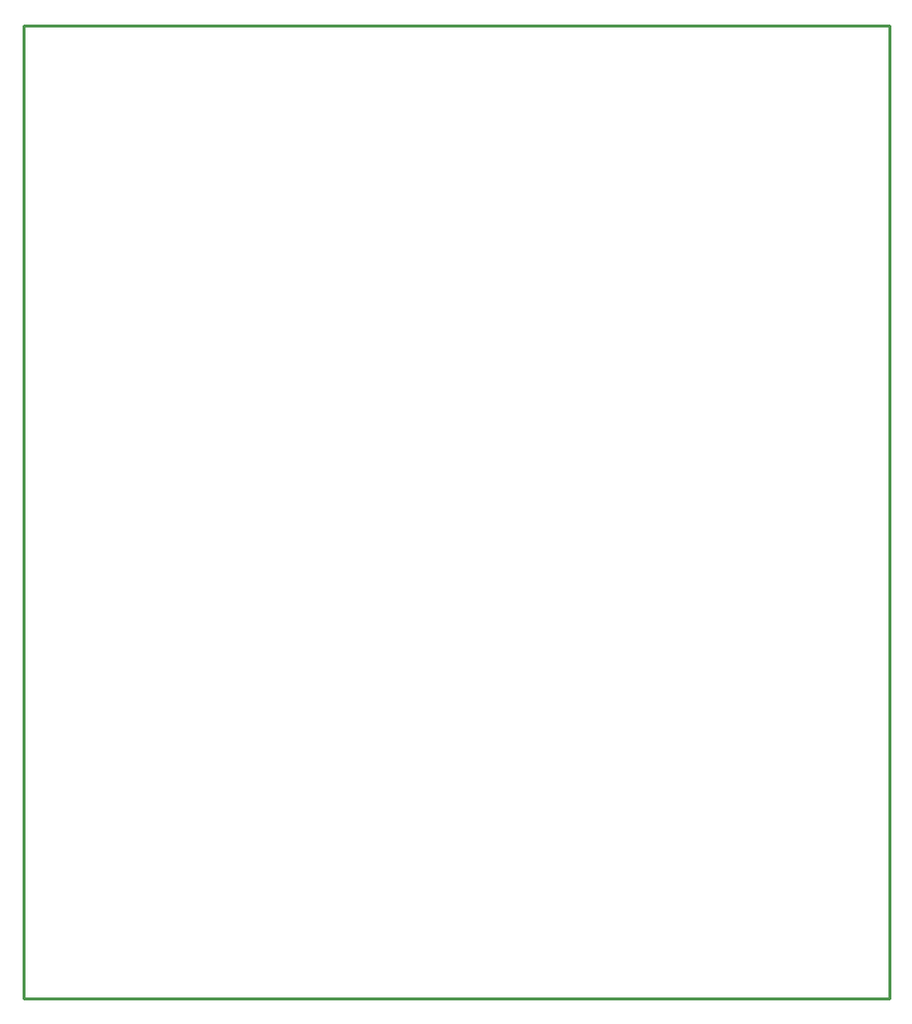
<source format=gbo>
G04*
G04 #@! TF.GenerationSoftware,Altium Limited,Altium Designer,19.0.10 (269)*
G04*
G04 Layer_Color=32896*
%FSLAX24Y24*%
%MOIN*%
G70*
G01*
G75*
%ADD12C,0.0100*%
D12*
X3200Y37600D02*
X3200Y4600D01*
X3200Y37600D02*
X32600D01*
X32600Y4600D01*
X3200D02*
X32600D01*
M02*

</source>
